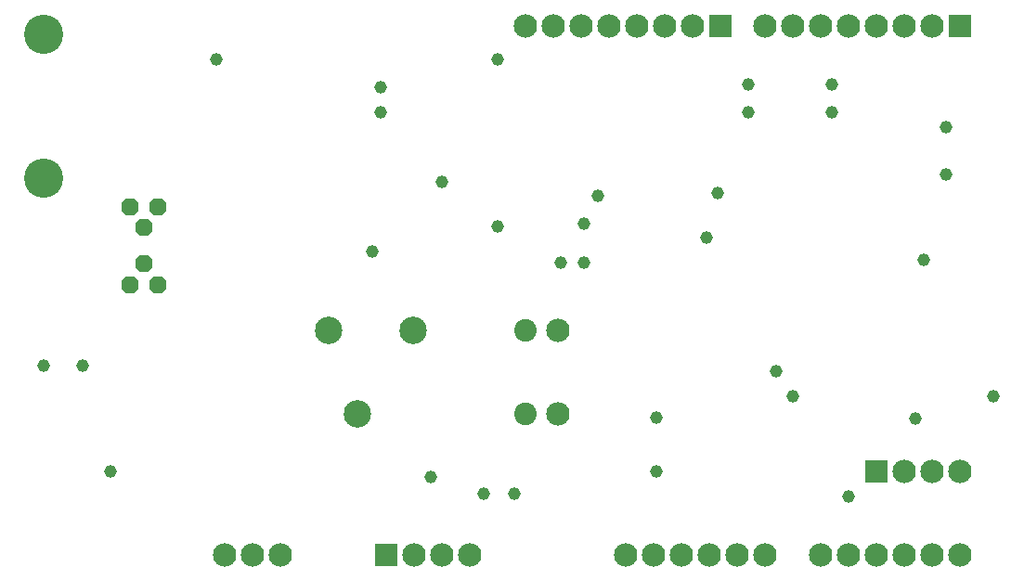
<source format=gbs>
G75*
G70*
%OFA0B0*%
%FSLAX24Y24*%
%IPPOS*%
%LPD*%
%AMOC8*
5,1,8,0,0,1.08239X$1,22.5*
%
%ADD10C,0.0454*%
%ADD11R,0.0840X0.0840*%
%ADD12C,0.0840*%
%ADD13C,0.0986*%
%ADD14C,0.0809*%
%ADD15OC8,0.0620*%
%ADD16C,0.1410*%
%ADD17C,0.0460*%
D10*
X037101Y015144D03*
X037101Y016876D03*
D11*
X037601Y020510D03*
X029001Y020510D03*
X034601Y004510D03*
X017001Y001510D03*
D12*
X018001Y001510D03*
X019001Y001510D03*
X020001Y001510D03*
X025601Y001510D03*
X026601Y001510D03*
X027601Y001510D03*
X028601Y001510D03*
X029601Y001510D03*
X030601Y001510D03*
X032601Y001510D03*
X033601Y001510D03*
X034601Y001510D03*
X035601Y001510D03*
X036601Y001510D03*
X037601Y001510D03*
X037601Y004510D03*
X036601Y004510D03*
X035601Y004510D03*
X023161Y006560D03*
X023161Y009560D03*
X013201Y001510D03*
X012201Y001510D03*
X011201Y001510D03*
X022001Y020510D03*
X023001Y020510D03*
X024001Y020510D03*
X025001Y020510D03*
X026001Y020510D03*
X027001Y020510D03*
X028001Y020510D03*
X030601Y020510D03*
X031601Y020510D03*
X032601Y020510D03*
X033601Y020510D03*
X034601Y020510D03*
X035601Y020510D03*
X036601Y020510D03*
D13*
X017966Y009552D03*
X014934Y009552D03*
X015958Y006560D03*
D14*
X021982Y006560D03*
X021982Y009552D03*
D15*
X008801Y011210D03*
X007801Y011210D03*
X008301Y011960D03*
X008301Y013260D03*
X008801Y014010D03*
X007801Y014010D03*
D16*
X004701Y015025D03*
X004701Y020195D03*
D17*
X007101Y004510D03*
X006101Y008310D03*
X004701Y008310D03*
X016501Y012410D03*
X021001Y013310D03*
X023252Y012009D03*
X024101Y012010D03*
X024101Y013410D03*
X024601Y014410D03*
X028501Y012890D03*
X028901Y014490D03*
X030001Y017410D03*
X030001Y018410D03*
X033001Y018410D03*
X033001Y017410D03*
X036301Y012110D03*
X031001Y008110D03*
X031601Y007210D03*
X036001Y006410D03*
X038801Y007210D03*
X033601Y003610D03*
X026701Y004510D03*
X026701Y006430D03*
X021601Y003710D03*
X020501Y003710D03*
X018601Y004310D03*
X019001Y014910D03*
X016801Y017410D03*
X016801Y018310D03*
X021001Y019310D03*
X010901Y019310D03*
M02*

</source>
